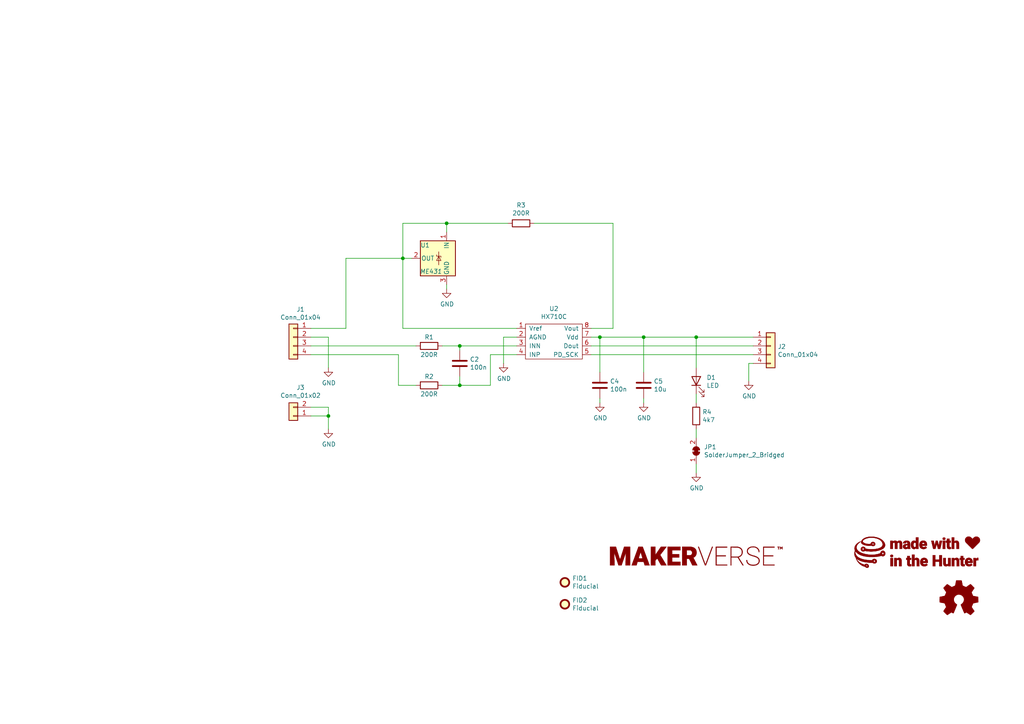
<source format=kicad_sch>
(kicad_sch (version 20211123) (generator eeschema)
  (paper "A4")
  (title_block (title "Makerverse Load Cell ADC") (date "2022-06-14") (rev "10") (comment 1 "Designed at Core Electronics by Brenton Schulz") (comment 2 "Makerverse and the makerverse logo are trademarks of Core Electronics Pty Ltd.") (comment 3 "License: CCASAv4.0 https://creativecommons.org/licenses/by-sa/4.0/"))
  (lib_symbols
    (symbol "Connector_Generic:Conn_01x02" (pin_names (offset 1.016) hide)
      (property "Reference" "J" (at 0 2.54 0))
      (property "Value" "Conn_01x02" (at 0 -5.08 0))
      (symbol "Conn_01x02_1_1"
        (pin passive line (at -5.08 0 0) (length 3.81) (name "Pin_1") (number "1"))
        (pin passive line (at -5.08 -2.54 0) (length 3.81) (name "Pin_2") (number "2"))
      )
    )
    (symbol "Connector_Generic:Conn_01x04" (pin_names (offset 1.016) hide)
      (property "Reference" "J" (at 0 5.08 0))
      (property "Value" "Conn_01x04" (at 0 -7.62 0))
      (symbol "Conn_01x04_1_1"
        (pin passive line (at -5.08 2.54 0) (length 3.81) (name "Pin_1") (number "1"))
        (pin passive line (at -5.08 0 0) (length 3.81) (name "Pin_2") (number "2"))
        (pin passive line (at -5.08 -2.54 0) (length 3.81) (name "Pin_3") (number "3"))
        (pin passive line (at -5.08 -5.08 0) (length 3.81) (name "Pin_4") (number "4"))
      )
    )
    (symbol "CoreElectronics_Artwork:LOGO_CoreElectronics_made-with-love" (pin_names (offset 1.016)))
    (symbol "CoreElectronics_Artwork:LOGO_Makerverse" (pin_names (offset 1.016)))
    (symbol "Device:C" (pin_numbers hide) (pin_names (offset 0.254))
      (property "Reference" "C" (at 0.635 2.54 0))
      (property "Value" "C" (at 0.635 -2.54 0))
      (symbol "C_1_1"
        (pin passive line (at 0 3.81 270) (length 2.794) (name "~") (number "1"))
        (pin passive line (at 0 -3.81 90) (length 2.794) (name "~") (number "2"))
      )
    )
    (symbol "Device:LED" (pin_numbers hide) (pin_names (offset 1.016) hide)
      (property "Reference" "D" (at 0 2.54 0))
      (property "Value" "LED" (at 0 -2.54 0))
      (symbol "LED_1_1"
        (pin passive line (at -3.81 0 0) (length 2.54) (name "K") (number "1"))
        (pin passive line (at 3.81 0 180) (length 2.54) (name "A") (number "2"))
      )
    )
    (symbol "Device:R" (pin_numbers hide) (pin_names (offset 0))
      (property "Reference" "R" (at 2.032 0 90))
      (property "Value" "R" (at 0 0 90))
      (symbol "R_1_1"
        (pin passive line (at 0 3.81 270) (length 1.27) (name "~") (number "1"))
        (pin passive line (at 0 -3.81 90) (length 1.27) (name "~") (number "2"))
      )
    )
    (symbol "Graphic:Logo_Open_Hardware_Small" (pin_names (offset 1.016)))
    (symbol "Jumper:SolderJumper_2_Bridged" (pin_names (offset 0) hide)
      (property "Reference" "JP" (at 0 2.032 0))
      (property "Value" "SolderJumper_2_Bridged" (at 0 -2.54 0))
      (symbol "SolderJumper_2_Bridged_1_1"
        (pin passive line (at -3.81 0 0) (length 2.54) (name "A") (number "1"))
        (pin passive line (at 3.81 0 180) (length 2.54) (name "B") (number "2"))
      )
    )
    (symbol "LoadCell:HX710C" (pin_names (offset 1.016))
      (property "Reference" "U" (at 0 10.16 0))
      (property "Value" "HX710C" (at 0 7.62 0))
      (symbol "HX710C_1_1"
        (pin power_in line (at -10.16 3.81 0) (length 2.54) (name "Vref") (number "1"))
        (pin power_in line (at -10.16 1.27 0) (length 2.54) (name "AGND") (number "2"))
        (pin input line (at -10.16 -1.27 0) (length 2.54) (name "INN") (number "3"))
        (pin input line (at -10.16 -3.81 0) (length 2.54) (name "INP") (number "4"))
        (pin output line (at 11.43 -3.81 180) (length 2.54) (name "PD_SCK") (number "5"))
        (pin output line (at 11.43 -1.27 180) (length 2.54) (name "Dout") (number "6"))
        (pin power_in line (at 11.43 1.27 180) (length 2.54) (name "Vdd") (number "7"))
        (pin power_out line (at 11.43 3.81 180) (length 2.54) (name "Vout") (number "8"))
      )
    )
    (symbol "Mechanical:Fiducial"
      (property "Reference" "FID" (at 0 5.08 0))
      (property "Value" "Fiducial" (at 0 3.175 0))
    )
    (symbol "Reference_Voltage:REF3025" (pin_names (offset 0.254))
      (property "Reference" "U" (at 0 6.35 0))
      (property "Value" "REF3025" (at 2.54 -6.35 0))
      (symbol "REF3025_1_1"
        (pin power_in line (at -2.54 7.62 270) (length 2.54) (name "IN") (number "1"))
        (pin power_out line (at 7.62 0 180) (length 2.54) (name "OUT") (number "2"))
        (pin power_in line (at -2.54 -7.62 90) (length 2.54) (name "GND") (number "3"))
      )
    )
    (symbol "power:GND" (power) (pin_names (offset 0))
      (property "Value" "GND" (at 0 -3.81 0))
      (symbol "GND_1_1"
        (pin power_in line (at 0 0 270) (length 0) hide (name "GND") (number "1"))
      )
    )
  )
  (junction (at 116.84 74.93))
  (junction (at 133.35 111.76))
  (junction (at 129.54 64.77))
  (junction (at 95.25 120.65))
  (junction (at 133.35 100.33))
  (junction (at 186.69 97.79))
  (junction (at 173.99 97.79))
  (junction (at 201.93 97.79))
  (wire (pts (xy 201.93 116.84) (xy 201.93 114.3)))
  (wire (pts (xy 116.84 74.93) (xy 116.84 95.25)))
  (wire (pts (xy 129.54 64.77) (xy 147.32 64.77)))
  (wire (pts (xy 149.86 102.87) (xy 142.24 102.87)))
  (wire (pts (xy 133.35 109.22) (xy 133.35 111.76)))
  (wire (pts (xy 100.33 74.93) (xy 100.33 95.25)))
  (wire (pts (xy 90.17 118.11) (xy 95.25 118.11)))
  (wire (pts (xy 90.17 102.87) (xy 115.57 102.87)))
  (wire (pts (xy 129.54 64.77) (xy 116.84 64.77)))
  (wire (pts (xy 100.33 95.25) (xy 90.17 95.25)))
  (wire (pts (xy 115.57 102.87) (xy 115.57 111.76)))
  (wire (pts (xy 186.69 115.57) (xy 186.69 116.84)))
  (wire (pts (xy 142.24 102.87) (xy 142.24 111.76)))
  (wire (pts (xy 218.44 102.87) (xy 171.45 102.87)))
  (wire (pts (xy 173.99 107.95) (xy 173.99 97.79)))
  (wire (pts (xy 201.93 106.68) (xy 201.93 97.79)))
  (wire (pts (xy 116.84 95.25) (xy 149.86 95.25)))
  (wire (pts (xy 201.93 127) (xy 201.93 124.46)))
  (wire (pts (xy 154.94 64.77) (xy 177.8 64.77)))
  (wire (pts (xy 100.33 74.93) (xy 116.84 74.93)))
  (wire (pts (xy 201.93 97.79) (xy 218.44 97.79)))
  (wire (pts (xy 90.17 100.33) (xy 120.65 100.33)))
  (wire (pts (xy 149.86 100.33) (xy 133.35 100.33)))
  (wire (pts (xy 95.25 97.79) (xy 90.17 97.79)))
  (wire (pts (xy 146.05 97.79) (xy 149.86 97.79)))
  (wire (pts (xy 201.93 137.16) (xy 201.93 134.62)))
  (wire (pts (xy 115.57 111.76) (xy 120.65 111.76)))
  (wire (pts (xy 133.35 100.33) (xy 128.27 100.33)))
  (wire (pts (xy 173.99 115.57) (xy 173.99 116.84)))
  (wire (pts (xy 133.35 101.6) (xy 133.35 100.33)))
  (wire (pts (xy 217.17 105.41) (xy 217.17 110.49)))
  (wire (pts (xy 177.8 95.25) (xy 171.45 95.25)))
  (wire (pts (xy 116.84 74.93) (xy 119.38 74.93)))
  (wire (pts (xy 95.25 120.65) (xy 95.25 124.46)))
  (wire (pts (xy 171.45 100.33) (xy 218.44 100.33)))
  (wire (pts (xy 129.54 82.55) (xy 129.54 83.82)))
  (wire (pts (xy 129.54 64.77) (xy 129.54 67.31)))
  (wire (pts (xy 90.17 120.65) (xy 95.25 120.65)))
  (wire (pts (xy 218.44 105.41) (xy 217.17 105.41)))
  (wire (pts (xy 116.84 64.77) (xy 116.84 74.93)))
  (wire (pts (xy 173.99 97.79) (xy 171.45 97.79)))
  (wire (pts (xy 133.35 111.76) (xy 128.27 111.76)))
  (wire (pts (xy 142.24 111.76) (xy 133.35 111.76)))
  (wire (pts (xy 95.25 106.68) (xy 95.25 97.79)))
  (wire (pts (xy 95.25 118.11) (xy 95.25 120.65)))
  (wire (pts (xy 186.69 107.95) (xy 186.69 97.79)))
  (wire (pts (xy 186.69 97.79) (xy 201.93 97.79)))
  (wire (pts (xy 173.99 97.79) (xy 186.69 97.79)))
  (wire (pts (xy 146.05 105.41) (xy 146.05 97.79)))
  (wire (pts (xy 177.8 64.77) (xy 177.8 95.25)))
  (symbol (lib_id "LoadCell:HX710C") (at 160.02 99.06 0) (unit 1)
    (property "Reference" "U2" (at 160.655 89.535 0))
    (property "Value" "HX710C" (at 160.655 91.8464 0))
    (property "Footprint" "Package_SO:SOP-8_3.9x4.9mm_P1.27mm" (effects hide))
  )
  (symbol (lib_id "Device:C") (at 173.99 111.76 0) (unit 1)
    (property "Reference" "C4" (at 176.911 110.5916 0) (effects (justify left)))
    (property "Value" "100n" (at 176.911 112.903 0) (effects (justify left)))
    (property "Footprint" "Capacitor_SMD:C_0402_1005Metric" (effects hide))
  )
  (symbol (lib_id "power:GND") (at 173.99 116.84 0) (unit 1)
    (property "Reference" "#PWR0101" (effects hide))
    (property "Value" "GND" (at 174.117 121.2342 0))
  )
  (symbol (lib_id "Reference_Voltage:REF3025") (at 127 74.93 0) (mirror y) (unit 1)
    (property "Reference" "U1" (at 121.92 71.12 0) (effects (justify right)))
    (property "Value" "ME431" (at 121.92 78.74 0) (effects (font italic) (justify right)))
    (property "Footprint" "Package_TO_SOT_SMD:SOT-23" (effects hide))
    (property "Datasheet" "https://datasheet.lcsc.com/lcsc/1808272142_MICRONE-Nanjing-Micro-One-Elec-ME431AXG_C85795.pdf" (effects hide))
  )
  (symbol (lib_id "power:GND") (at 129.54 83.82 0) (unit 1)
    (property "Reference" "#PWR0102" (effects hide))
    (property "Value" "GND" (at 129.667 88.2142 0))
  )
  (symbol (lib_id "Device:R") (at 124.46 100.33 270) (unit 1)
    (property "Reference" "R1" (at 124.46 97.79 90))
    (property "Value" "200R" (at 124.46 102.87 90))
    (property "Footprint" "Resistor_SMD:R_0402_1005Metric" (effects hide))
  )
  (symbol (lib_id "Device:R") (at 124.46 111.76 270) (unit 1)
    (property "Reference" "R2" (at 124.46 109.22 90))
    (property "Value" "200R" (at 124.46 114.3 90))
    (property "Footprint" "Resistor_SMD:R_0402_1005Metric" (effects hide))
  )
  (symbol (lib_id "Device:C") (at 133.35 105.41 0) (unit 1)
    (property "Reference" "C2" (at 136.271 104.2416 0) (effects (justify left)))
    (property "Value" "100n" (at 136.271 106.553 0) (effects (justify left)))
    (property "Footprint" "Capacitor_SMD:C_0402_1005Metric" (effects hide))
  )
  (symbol (lib_id "power:GND") (at 146.05 105.41 0) (unit 1)
    (property "Reference" "#PWR0104" (effects hide))
    (property "Value" "GND" (at 146.177 109.8042 0))
  )
  (symbol (lib_id "Device:R") (at 151.13 64.77 90) (unit 1)
    (property "Reference" "R3" (at 151.13 59.5122 90))
    (property "Value" "200R" (at 151.13 61.8236 90))
    (property "Footprint" "Resistor_SMD:R_0402_1005Metric" (effects hide))
  )
  (symbol (lib_id "Connector_Generic:Conn_01x04") (at 223.52 100.33 0) (unit 1)
    (property "Reference" "J2" (at 225.552 100.5332 0) (effects (justify left)))
    (property "Value" "Conn_01x04" (at 225.552 102.8446 0) (effects (justify left)))
    (property "Footprint" "lib:2.54mm_screw_terminal-4-pin-right-entry" (effects hide))
  )
  (symbol (lib_id "Connector_Generic:Conn_01x04") (at 85.09 97.79 0) (mirror y) (unit 1)
    (property "Reference" "J1" (at 87.1728 89.7382 0))
    (property "Value" "Conn_01x04" (at 87.1728 92.0496 0))
    (property "Footprint" "lib:2.54mm_screw_terminal-4-pin-left-entry" (effects hide))
  )
  (symbol (lib_id "power:GND") (at 95.25 106.68 0) (unit 1)
    (property "Reference" "#PWR0106" (effects hide))
    (property "Value" "GND" (at 95.377 111.0742 0))
  )
  (symbol (lib_id "power:GND") (at 217.17 110.49 0) (unit 1)
    (property "Reference" "#PWR0107" (effects hide))
    (property "Value" "GND" (at 217.297 114.8842 0))
  )
  (symbol (lib_id "Device:C") (at 186.69 111.76 0) (unit 1)
    (property "Reference" "C5" (at 189.611 110.5916 0) (effects (justify left)))
    (property "Value" "10u" (at 189.611 112.903 0) (effects (justify left)))
    (property "Footprint" "Capacitor_SMD:C_0603_1608Metric" (effects hide))
  )
  (symbol (lib_id "power:GND") (at 186.69 116.84 0) (unit 1)
    (property "Reference" "#PWR0108" (effects hide))
    (property "Value" "GND" (at 186.817 121.2342 0))
  )
  (symbol (lib_id "Device:LED") (at 201.93 110.49 90) (unit 1)
    (property "Reference" "D1" (at 204.9272 109.4994 90) (effects (justify right)))
    (property "Value" "LED" (at 204.9272 111.8108 90) (effects (justify right)))
    (property "Footprint" "LED_SMD:LED_0603_1608Metric" (effects hide))
  )
  (symbol (lib_id "Device:R") (at 201.93 120.65 0) (unit 1)
    (property "Reference" "R4" (at 203.708 119.4816 0) (effects (justify left)))
    (property "Value" "4k7" (at 203.708 121.793 0) (effects (justify left)))
    (property "Footprint" "Resistor_SMD:R_0402_1005Metric" (effects hide))
  )
  (symbol (lib_id "Jumper:SolderJumper_2_Bridged") (at 201.93 130.81 90) (unit 1)
    (property "Reference" "JP1" (at 204.1652 129.6416 90) (effects (justify right)))
    (property "Value" "SolderJumper_2_Bridged" (at 204.1652 131.953 90) (effects (justify right)))
    (property "Footprint" "CoreElectronics_Components:SolderJumper-2_P1.3mm_Bridged_RoundedPad1.0x1.5mm" (effects hide))
  )
  (symbol (lib_id "power:GND") (at 201.93 137.16 0) (unit 1)
    (property "Reference" "#PWR0109" (effects hide))
    (property "Value" "GND" (at 202.057 141.5542 0))
  )
  (symbol (lib_id "CoreElectronics_Artwork:LOGO_Makerverse") (at 201.93 161.29 0) (unit 1)
    (property "Reference" "G1" (effects hide))
    (property "Value" "LOGO_Makerverse" (effects hide))
    (property "Footprint" "CoreElectronics_Artwork:makerverse_logo_short_14.0x2.4mm" (effects hide))
  )
  (symbol (lib_id "Graphic:Logo_Open_Hardware_Small") (at 278.13 173.99 0) (unit 1)
    (property "Reference" "LOGO1" (effects hide))
    (property "Value" "Logo_Open_Hardware_Small" (effects hide))
    (property "Footprint" "CoreElectronics_Artwork:oshw_3.9x3.5mm" (effects hide))
  )
  (symbol (lib_id "CoreElectronics_Artwork:LOGO_CoreElectronics_made-with-love") (at 266.7 160.02 0) (unit 1)
    (property "Reference" "G2" (effects hide))
    (property "Value" "LOGO_CoreElectronics_made-with-love" (effects hide))
    (property "Footprint" "lib:CE08248" (effects hide))
  )
  (symbol (lib_id "Mechanical:Fiducial") (at 163.83 168.91 0) (unit 1)
    (property "Reference" "FID1" (at 165.989 167.7416 0) (effects (justify left)))
    (property "Value" "Fiducial" (at 165.989 170.053 0) (effects (justify left)))
    (property "Footprint" "Fiducial:Fiducial_1mm_Mask2mm" (effects hide))
  )
  (symbol (lib_id "Mechanical:Fiducial") (at 163.83 175.26 0) (unit 1)
    (property "Reference" "FID2" (at 165.989 174.0916 0) (effects (justify left)))
    (property "Value" "Fiducial" (at 165.989 176.403 0) (effects (justify left)))
    (property "Footprint" "Fiducial:Fiducial_1mm_Mask2mm" (effects hide))
  )
  (symbol (lib_id "Connector_Generic:Conn_01x02") (at 85.09 120.65 180) (unit 1)
    (property "Reference" "J3" (at 87.1728 112.395 0))
    (property "Value" "Conn_01x02" (at 87.1728 114.7064 0))
    (property "Footprint" "Connector_PinHeader_2.54mm:PinHeader_2x01_P2.54mm_Vertical" (effects hide))
  )
  (symbol (lib_id "power:GND") (at 95.25 124.46 0) (unit 1)
    (property "Reference" "#PWR0103" (effects hide))
    (property "Value" "GND" (at 95.377 128.8542 0))
  )
)
</source>
